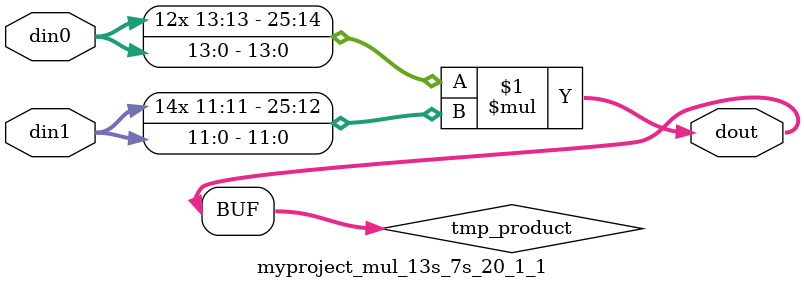
<source format=v>

`timescale 1 ns / 1 ps

 module myproject_mul_13s_7s_20_1_1(din0, din1, dout);
parameter ID = 1;
parameter NUM_STAGE = 0;
parameter din0_WIDTH = 14;
parameter din1_WIDTH = 12;
parameter dout_WIDTH = 26;

input [din0_WIDTH - 1 : 0] din0; 
input [din1_WIDTH - 1 : 0] din1; 
output [dout_WIDTH - 1 : 0] dout;

wire signed [dout_WIDTH - 1 : 0] tmp_product;



























assign tmp_product = $signed(din0) * $signed(din1);








assign dout = tmp_product;





















endmodule

</source>
